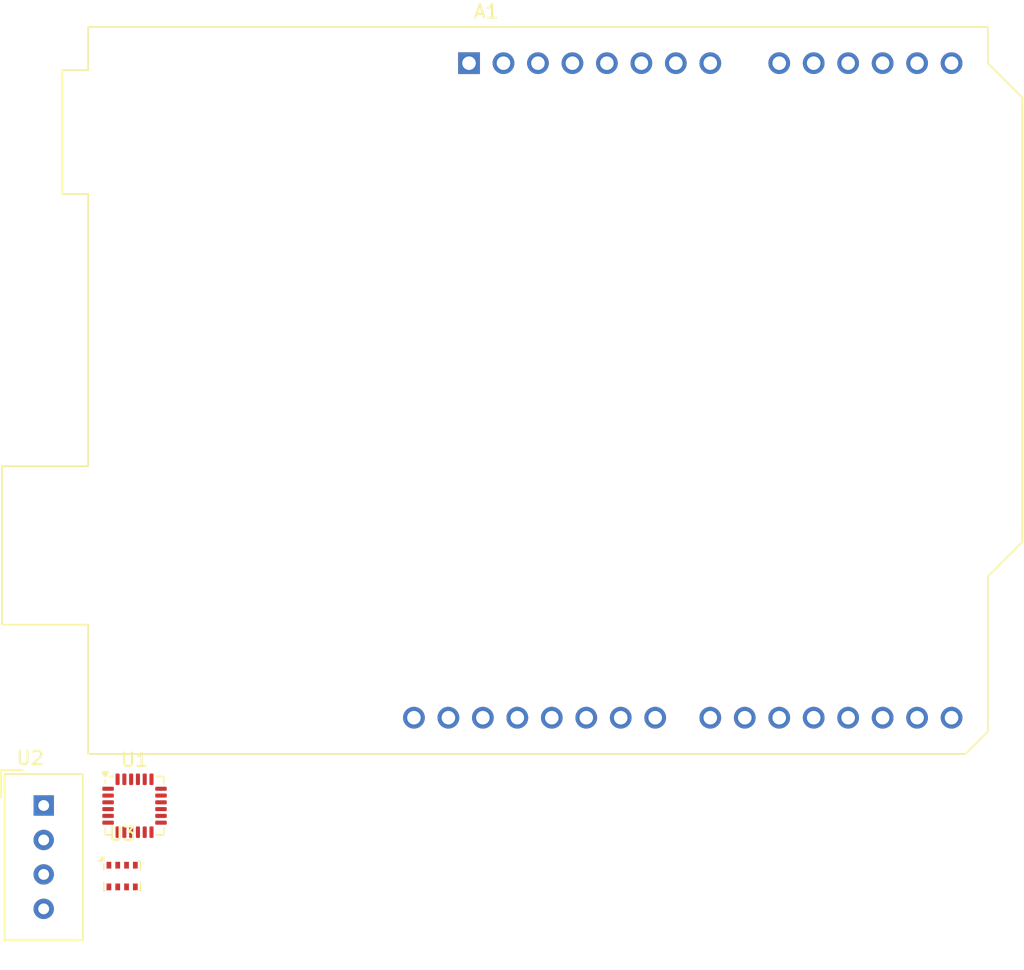
<source format=kicad_pcb>
(kicad_pcb (version 20241229) (generator "pcbnew") (generator_version "9.0")
  (layers (0 "F.Cu" signal) (2 "B.Cu" signal) (13 "F.Paste" user) (15 "B.Paste" user) (5 "F.SilkS" user "F.Silkscreen") (7 "B.SilkS" user "B.Silkscreen") (1 "F.Mask" user) (3 "B.Mask" user) (25 "Edge.Cuts" user))
  (net 0 "")
  (net 7 "Net-(A1-D1{slash}TX)")
  (net 9 "Net-(A1-SCL{slash}A5)")
  (net 13 "Net-(A1-D2)")
  (net 21 "Net-(A1-SDA{slash}A4)")
  (net 28 "Net-(A1-D0{slash}RX)")
  (net 35 "+3.3V")
  (net 51 "Net-(U2-DATA)")
  (footprint "Sensor:Aosong_DHT11_5.5x12.0_P2.54mm" (layer "F.Cu") (at 81.095 107.975)
    (property "Reference" "U2" (at -1 -3.5 0) (layer "F.SilkS"))
    (property "Value" "DHT11")
    (fp_line (start -3.16 -2.6) (end -3.16 -0.6) (stroke (width 0.12)) (layer "F.SilkS"))
    (fp_line (start -3.16 -2.6) (end -1.55 -2.6) (stroke (width 0.12)) (layer "F.SilkS"))
    (fp_line (start -2.88 9.94) (end -2.88 -2.31) (stroke (width 0.12)) (layer "F.SilkS"))
    (fp_line (start -2.87 -2.32) (end 2.87 -2.32) (stroke (width 0.12)) (layer "F.SilkS"))
    (fp_line (start 2.88 -2.32) (end 2.88 9.94) (stroke (width 0.12)) (layer "F.SilkS"))
    (fp_line (start 2.88 9.94) (end -2.88 9.94) (stroke (width 0.12)) (layer "F.SilkS"))
    (pad "1" thru_hole rect (at 0 0) (size 1.5 1.5) (drill 0.8) (layers "*.Cu" "*.Mask") (net 35 "+3.3V"))
    (pad "2" thru_hole circle (at 0 2.54) (size 1.5 1.5) (drill 0.8) (layers "*.Cu" "*.Mask") (net 51 "Net-(U2-DATA)"))
    (pad "3" thru_hole circle (at 0 5.08) (size 1.5 1.5) (drill 0.8) (layers "*.Cu" "*.Mask"))
    (pad "4" thru_hole circle (at 0 7.62) (size 1.5 1.5) (drill 0.8) (layers "*.Cu" "*.Mask") (net 35 "+3.3V"))
  )
  (footprint "Module:Arduino_UNO_R2" (layer "F.Cu") (at 112.44 53.24)
    (property "Reference" "A1" (at 1.27 -3.81 180) (layer "F.SilkS"))
    (property "Value" "Arduino_UNO_R2")
    (fp_line (start -34.42 29.72) (end -34.42 41.4) (stroke (width 0.12)) (layer "F.SilkS"))
    (fp_line (start -34.42 41.4) (end -28.07 41.4) (stroke (width 0.12)) (layer "F.SilkS"))
    (fp_line (start -29.97 0.51) (end -29.97 9.65) (stroke (width 0.12)) (layer "F.SilkS"))
    (fp_line (start -29.97 9.65) (end -28.07 9.65) (stroke (width 0.12)) (layer "F.SilkS"))
    (fp_line (start -28.07 -2.67) (end -28.07 0.51) (stroke (width 0.12)) (layer "F.SilkS"))
    (fp_line (start -28.07 0.51) (end -29.97 0.51) (stroke (width 0.12)) (layer "F.SilkS"))
    (fp_line (start -28.07 9.65) (end -28.07 29.72) (stroke (width 0.12)) (layer "F.SilkS"))
    (fp_line (start -28.07 29.72) (end -34.42 29.72) (stroke (width 0.12)) (layer "F.SilkS"))
    (fp_line (start -28.07 41.4) (end -28.07 50.93) (stroke (width 0.12)) (layer "F.SilkS"))
    (fp_line (start -28.07 50.93) (end 36.58 50.93) (stroke (width 0.12)) (layer "F.SilkS"))
    (fp_line (start 36.58 50.93) (end 38.23 49.28) (stroke (width 0.12)) (layer "F.SilkS"))
    (fp_line (start 38.23 -2.67) (end -28.07 -2.67) (stroke (width 0.12)) (layer "F.SilkS"))
    (fp_line (start 38.23 0) (end 38.23 -2.67) (stroke (width 0.12)) (layer "F.SilkS"))
    (fp_line (start 38.23 37.85) (end 40.77 35.31) (stroke (width 0.12)) (layer "F.SilkS"))
    (fp_line (start 38.23 49.28) (end 38.23 37.85) (stroke (width 0.12)) (layer "F.SilkS"))
    (fp_line (start 40.77 2.54) (end 38.23 0) (stroke (width 0.12)) (layer "F.SilkS"))
    (fp_line (start 40.77 35.31) (end 40.77 2.54) (stroke (width 0.12)) (layer "F.SilkS"))
    (pad "1" thru_hole rect (at 0 0 90) (size 1.6 1.6) (drill 1) (layers "*.Cu" "*.Mask"))
    (pad "2" thru_hole oval (at 2.54 0 90) (size 1.6 1.6) (drill 1) (layers "*.Cu" "*.Mask"))
    (pad "3" thru_hole oval (at 5.08 0 90) (size 1.6 1.6) (drill 1) (layers "*.Cu" "*.Mask"))
    (pad "4" thru_hole oval (at 7.62 0 90) (size 1.6 1.6) (drill 1) (layers "*.Cu" "*.Mask"))
    (pad "5" thru_hole oval (at 10.16 0 90) (size 1.6 1.6) (drill 1) (layers "*.Cu" "*.Mask"))
    (pad "6" thru_hole oval (at 12.7 0 90) (size 1.6 1.6) (drill 1) (layers "*.Cu" "*.Mask"))
    (pad "7" thru_hole oval (at 15.24 0 90) (size 1.6 1.6) (drill 1) (layers "*.Cu" "*.Mask"))
    (pad "8" thru_hole oval (at 17.78 0 90) (size 1.6 1.6) (drill 1) (layers "*.Cu" "*.Mask"))
    (pad "9" thru_hole oval (at 22.86 0 90) (size 1.6 1.6) (drill 1) (layers "*.Cu" "*.Mask"))
    (pad "10" thru_hole oval (at 25.4 0 90) (size 1.6 1.6) (drill 1) (layers "*.Cu" "*.Mask"))
    (pad "11" thru_hole oval (at 27.94 0 90) (size 1.6 1.6) (drill 1) (layers "*.Cu" "*.Mask"))
    (pad "12" thru_hole oval (at 30.48 0 90) (size 1.6 1.6) (drill 1) (layers "*.Cu" "*.Mask"))
    (pad "13" thru_hole oval (at 33.02 0 90) (size 1.6 1.6) (drill 1) (layers "*.Cu" "*.Mask") (net 21 "Net-(A1-SDA{slash}A4)"))
    (pad "14" thru_hole oval (at 35.56 0 90) (size 1.6 1.6) (drill 1) (layers "*.Cu" "*.Mask") (net 9 "Net-(A1-SCL{slash}A5)"))
    (pad "15" thru_hole oval (at 35.56 48.26 90) (size 1.6 1.6) (drill 1) (layers "*.Cu" "*.Mask") (net 28 "Net-(A1-D0{slash}RX)"))
    (pad "16" thru_hole oval (at 33.02 48.26 90) (size 1.6 1.6) (drill 1) (layers "*.Cu" "*.Mask") (net 7 "Net-(A1-D1{slash}TX)"))
    (pad "17" thru_hole oval (at 30.48 48.26 90) (size 1.6 1.6) (drill 1) (layers "*.Cu" "*.Mask") (net 13 "Net-(A1-D2)"))
    (pad "18" thru_hole oval (at 27.94 48.26 90) (size 1.6 1.6) (drill 1) (layers "*.Cu" "*.Mask"))
    (pad "19" thru_hole oval (at 25.4 48.26 90) (size 1.6 1.6) (drill 1) (layers "*.Cu" "*.Mask"))
    (pad "20" thru_hole oval (at 22.86 48.26 90) (size 1.6 1.6) (drill 1) (layers "*.Cu" "*.Mask"))
    (pad "21" thru_hole oval (at 20.32 48.26 90) (size 1.6 1.6) (drill 1) (layers "*.Cu" "*.Mask"))
    (pad "22" thru_hole oval (at 17.78 48.26 90) (size 1.6 1.6) (drill 1) (layers "*.Cu" "*.Mask"))
    (pad "23" thru_hole oval (at 13.72 48.26 90) (size 1.6 1.6) (drill 1) (layers "*.Cu" "*.Mask"))
    (pad "24" thru_hole oval (at 11.18 48.26 90) (size 1.6 1.6) (drill 1) (layers "*.Cu" "*.Mask"))
    (pad "25" thru_hole oval (at 8.64 48.26 90) (size 1.6 1.6) (drill 1) (layers "*.Cu" "*.Mask"))
    (pad "26" thru_hole oval (at 6.1 48.26 90) (size 1.6 1.6) (drill 1) (layers "*.Cu" "*.Mask"))
    (pad "27" thru_hole oval (at 3.56 48.26 90) (size 1.6 1.6) (drill 1) (layers "*.Cu" "*.Mask"))
    (pad "28" thru_hole oval (at 1.02 48.26 90) (size 1.6 1.6) (drill 1) (layers "*.Cu" "*.Mask"))
    (pad "29" thru_hole oval (at -1.52 48.26 90) (size 1.6 1.6) (drill 1) (layers "*.Cu" "*.Mask"))
    (pad "30" thru_hole oval (at -4.06 48.26 90) (size 1.6 1.6) (drill 1) (layers "*.Cu" "*.Mask"))
  )
  (footprint "Sensor_Motion:InvenSense_QFN-24_4x4mm_P0.5mm" (layer "F.Cu") (at 87.79 107.99)
    (property "Reference" "U1" (at 0 -3.375 0) (layer "F.SilkS"))
    (property "Value" "MPU-6050")
    (fp_line (start -2.15 -1.685) (end -2.15 -1.91) (stroke (width 0.12)) (layer "F.SilkS"))
    (fp_line (start -2.15 2.15) (end -2.15 1.625) (stroke (width 0.12)) (layer "F.SilkS"))
    (fp_line (start -2.15 2.15) (end -1.625 2.15) (stroke (width 0.12)) (layer "F.SilkS"))
    (fp_line (start -1.625 -2.15) (end -1.85 -2.15) (stroke (width 0.12)) (layer "F.SilkS"))
    (fp_line (start 2.15 -2.15) (end 1.625 -2.15) (stroke (width 0.12)) (layer "F.SilkS"))
    (fp_line (start 2.15 -2.15) (end 2.15 -1.625) (stroke (width 0.12)) (layer "F.SilkS"))
    (fp_line (start 2.15 2.15) (end 1.625 2.15) (stroke (width 0.12)) (layer "F.SilkS"))
    (fp_line (start 2.15 2.15) (end 2.15 1.625) (stroke (width 0.12)) (layer "F.SilkS"))
    (fp_poly (pts (xy -2.15 -2.15) (xy -2.39 -2.48) (xy -1.91 -2.48) (xy -2.15 -2.15)) (stroke (width 0.12)) (fill yes) (layer "F.SilkS"))
    (pad "1" smd roundrect (at -1.95 -1.25) (size 0.85 0.3) (layers "F.Cu" "F.Mask" "F.Paste"))
    (pad "2" smd roundrect (at -1.95 -0.75) (size 0.85 0.3) (layers "F.Cu" "F.Mask" "F.Paste"))
    (pad "3" smd roundrect (at -1.95 -0.25) (size 0.85 0.3) (layers "F.Cu" "F.Mask" "F.Paste"))
    (pad "4" smd roundrect (at -1.95 0.25) (size 0.85 0.3) (layers "F.Cu" "F.Mask" "F.Paste"))
    (pad "5" smd roundrect (at -1.95 0.75) (size 0.85 0.3) (layers "F.Cu" "F.Mask" "F.Paste"))
    (pad "6" smd roundrect (at -1.95 1.25) (size 0.85 0.3) (layers "F.Cu" "F.Mask" "F.Paste"))
    (pad "7" smd roundrect (at -1.25 1.95 90) (size 0.85 0.3) (layers "F.Cu" "F.Mask" "F.Paste"))
    (pad "8" smd roundrect (at -0.75 1.95 90) (size 0.85 0.3) (layers "F.Cu" "F.Mask" "F.Paste") (net 35 "+3.3V"))
    (pad "9" smd roundrect (at -0.25 1.95 90) (size 0.85 0.3) (layers "F.Cu" "F.Mask" "F.Paste"))
    (pad "10" smd roundrect (at 0.25 1.95 90) (size 0.85 0.3) (layers "F.Cu" "F.Mask" "F.Paste"))
    (pad "11" smd roundrect (at 0.75 1.95 90) (size 0.85 0.3) (layers "F.Cu" "F.Mask" "F.Paste"))
    (pad "12" smd roundrect (at 1.25 1.95 90) (size 0.85 0.3) (layers "F.Cu" "F.Mask" "F.Paste"))
    (pad "13" smd roundrect (at 1.95 1.25) (size 0.85 0.3) (layers "F.Cu" "F.Mask" "F.Paste") (net 35 "+3.3V"))
    (pad "14" smd roundrect (at 1.95 0.75) (size 0.85 0.3) (layers "F.Cu" "F.Mask" "F.Paste"))
    (pad "15" smd roundrect (at 1.95 0.25) (size 0.85 0.3) (layers "F.Cu" "F.Mask" "F.Paste"))
    (pad "16" smd roundrect (at 1.95 -0.25) (size 0.85 0.3) (layers "F.Cu" "F.Mask" "F.Paste"))
    (pad "17" smd roundrect (at 1.95 -0.75) (size 0.85 0.3) (layers "F.Cu" "F.Mask" "F.Paste"))
    (pad "18" smd roundrect (at 1.95 -1.25) (size 0.85 0.3) (layers "F.Cu" "F.Mask" "F.Paste") (net 35 "+3.3V"))
    (pad "19" smd roundrect (at 1.25 -1.95 90) (size 0.85 0.3) (layers "F.Cu" "F.Mask" "F.Paste"))
    (pad "20" smd roundrect (at 0.75 -1.95 90) (size 0.85 0.3) (layers "F.Cu" "F.Mask" "F.Paste"))
    (pad "21" smd roundrect (at 0.25 -1.95 90) (size 0.85 0.3) (layers "F.Cu" "F.Mask" "F.Paste"))
    (pad "22" smd roundrect (at -0.25 -1.95 90) (size 0.85 0.3) (layers "F.Cu" "F.Mask" "F.Paste"))
    (pad "23" smd roundrect (at -0.75 -1.95 90) (size 0.85 0.3) (layers "F.Cu" "F.Mask" "F.Paste") (net 9 "Net-(A1-SCL{slash}A5)"))
    (pad "24" smd roundrect (at -1.25 -1.95 90) (size 0.85 0.3) (layers "F.Cu" "F.Mask" "F.Paste") (net 21 "Net-(A1-SDA{slash}A4)"))
  )
  (footprint "Package_LGA:Bosch_LGA-8_2x2.5mm_P0.65mm_ClockwisePinNumbering" (layer "F.Cu") (at 86.875 113.175)
    (property "Reference" "U3" (at 0 -3.1 0) (layer "F.SilkS"))
    (property "Value" "BMP280")
    (fp_line (start -1.35 -0.46) (end -1.35 -0.9) (stroke (width 0.1)) (layer "F.SilkS"))
    (fp_line (start -1.35 1.1) (end -1.35 0.46) (stroke (width 0.1)) (layer "F.SilkS"))
    (fp_line (start -1.35 1.1) (end -1.2 1.1) (stroke (width 0.1)) (layer "F.SilkS"))
    (fp_line (start 1.075 1.075) (end 1.225 1.075) (stroke (width 0.1)) (layer "F.SilkS"))
    (fp_line (start 1.2 -1.1) (end 1.35 -1.1) (stroke (width 0.1)) (layer "F.SilkS"))
    (fp_line (start 1.35 -0.46) (end 1.35 -1.1) (stroke (width 0.1)) (layer "F.SilkS"))
    (fp_line (start 1.35 1.1) (end 1.35 0.46) (stroke (width 0.1)) (layer "F.SilkS"))
    (fp_poly (pts (xy -1.35 -1.1) (xy -1.71 -1.1) (xy -1.35 -1.46) (xy -1.35 -1.1)) (stroke (width 0.1)) (fill yes) (layer "F.SilkS"))
    (pad "1" smd rect (at -0.975 -0.8 90) (size 0.5 0.35) (layers "F.Cu" "F.Mask" "F.Paste") (net 35 "+3.3V"))
    (pad "2" smd rect (at -0.325 -0.8 90) (size 0.5 0.35) (layers "F.Cu" "F.Mask" "F.Paste"))
    (pad "3" smd rect (at 0.325 -0.8 90) (size 0.5 0.35) (layers "F.Cu" "F.Mask" "F.Paste") (net 21 "Net-(A1-SDA{slash}A4)"))
    (pad "4" smd rect (at 0.975 -0.8 90) (size 0.5 0.35) (layers "F.Cu" "F.Mask" "F.Paste") (net 9 "Net-(A1-SCL{slash}A5)"))
    (pad "5" smd rect (at 0.975 0.8 90) (size 0.5 0.35) (layers "F.Cu" "F.Mask" "F.Paste"))
    (pad "6" smd rect (at 0.325 0.8 90) (size 0.5 0.35) (layers "F.Cu" "F.Mask" "F.Paste") (net 35 "+3.3V"))
    (pad "7" smd rect (at -0.325 0.8 90) (size 0.5 0.35) (layers "F.Cu" "F.Mask" "F.Paste") (net 35 "+3.3V"))
    (pad "8" smd rect (at -0.975 0.8 90) (size 0.5 0.35) (layers "F.Cu" "F.Mask" "F.Paste") (net 35 "+3.3V"))
  )
)
</source>
